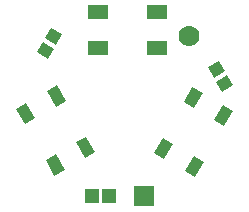
<source format=gts>
G04 Layer: TopSolderMaskLayer*
G04 EasyEDA v5.9.41, Tue, 05 Feb 2019 18:09:35 GMT*
G04 103b8e95693e4c8e91cf80fae80cb03d*
G04 Gerber Generator version 0.2*
G04 Scale: 100 percent, Rotated: No, Reflected: No *
G04 Dimensions in millimeters *
G04 leading zeros omitted , absolute positions ,3 integer and 3 decimal *
%FSLAX33Y33*%
%MOMM*%
G90*
G71D02*

%ADD23R,1.703197X1.203198*%
%ADD24R,1.203198X1.303198*%
%ADD25C,1.778000*%
%ADD26R,1.778000X1.778000*%

%LPD*%
G54D23*
G01X7532Y17699D03*
G01X7532Y14699D03*
G01X12533Y14699D03*
G01X12533Y17699D03*
G36*
G01X3830Y3875D02*
G01X3081Y5175D01*
G01X3947Y5676D01*
G01X4696Y4375D01*
G01X3830Y3875D01*
G37*
G36*
G01X6428Y5376D02*
G01X5677Y6674D01*
G01X6543Y7174D01*
G01X7295Y5876D01*
G01X6428Y5376D01*
G37*
G36*
G01X3927Y9704D02*
G01X3177Y11005D01*
G01X4043Y11505D01*
G01X4793Y10205D01*
G01X3927Y9704D01*
G37*
G36*
G01X1331Y8206D02*
G01X579Y9503D01*
G01X1445Y10004D01*
G01X2197Y8706D01*
G01X1331Y8206D01*
G37*
G36*
G01X18979Y9376D02*
G01X18227Y8079D01*
G01X17361Y8579D01*
G01X18112Y9877D01*
G01X18979Y9376D01*
G37*
G36*
G01X16380Y10878D02*
G01X15631Y9577D01*
G01X14765Y10078D01*
G01X15514Y11378D01*
G01X16380Y10878D01*
G37*
G36*
G01X13881Y6547D02*
G01X13129Y5249D01*
G01X12263Y5749D01*
G01X13015Y7047D01*
G01X13881Y6547D01*
G37*
G36*
G01X16477Y5048D02*
G01X15727Y3748D01*
G01X14861Y4248D01*
G01X15613Y5546D01*
G01X16477Y5048D01*
G37*
G36*
G01X4506Y15820D02*
G01X4005Y14954D01*
G01X3053Y15503D01*
G01X3553Y16369D01*
G01X4506Y15820D01*
G37*
G36*
G01X3805Y14609D02*
G01X3304Y13743D01*
G01X2352Y14291D01*
G01X2852Y15158D01*
G01X3805Y14609D01*
G37*
G54D24*
G01X7047Y2102D03*
G01X8447Y2102D03*
G36*
G01X18031Y10949D02*
G01X17531Y11815D01*
G01X18483Y12364D01*
G01X18984Y11497D01*
G01X18031Y10949D01*
G37*
G36*
G01X17330Y12160D02*
G01X16830Y13026D01*
G01X17782Y13575D01*
G01X18283Y12709D01*
G01X17330Y12160D01*
G37*
G54D25*
G01X15240Y15691D03*
G54D26*
G01X11430Y2102D03*
M00*
M02*

</source>
